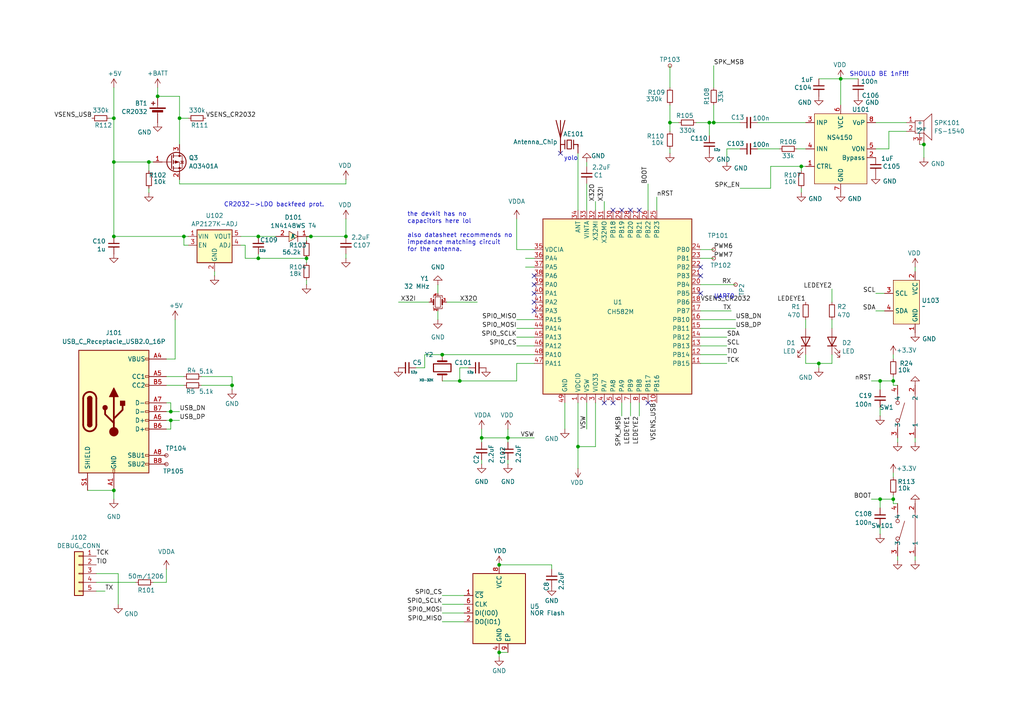
<source format=kicad_sch>
(kicad_sch (version 20250114) (generator "eeschema") (generator_version "9.0")
  (paper "A4")
  (text "CR2032->LDO backfeed prot." (at 79.502 59.436 0) (effects (font (size 1.27 1.27))))
  (text "yolo" (at 165.608 45.974 0) (effects (font (size 1.27 1.27))))
  (text "UART0" (at 210.058 86.106 0) (effects (font (size 1.27 1.27))))
  (text "SHOULD BE 1nF!!!" (at 255.016 21.59 0) (effects (font (size 1.27 1.27))))
  (text "the devkit has no\ncapacitors here lol\n\nalso datasheet recommends no \nimpedance matching circuit\nfor the antenna." (at 118.11 67.31 0) (effects (font (size 1.27 1.27)) (justify left)))
  (junction (at 167.64 129.54))
  (junction (at 259.08 110.49))
  (junction (at 67.31 111.76))
  (junction (at 147.32 127))
  (junction (at 52.07 34.29))
  (junction (at 128.27 102.87))
  (junction (at 74.93 74.93))
  (junction (at 49.53 121.92))
  (junction (at 237.49 105.41))
  (junction (at 259.08 144.78))
  (junction (at 100.33 68.58))
  (junction (at 33.02 68.58))
  (junction (at 144.78 189.23))
  (junction (at 255.27 144.78))
  (junction (at 43.18 46.99))
  (junction (at 139.7 127))
  (junction (at 45.72 27.94))
  (junction (at 33.02 142.24))
  (junction (at 267.97 41.91))
  (junction (at 88.9 74.93))
  (junction (at 49.53 119.38))
  (junction (at 232.41 48.26))
  (junction (at 33.02 34.29))
  (junction (at 255.27 110.49))
  (junction (at 144.78 163.83))
  (junction (at 205.74 35.56))
  (junction (at 133.35 110.49))
  (junction (at 33.02 46.99))
  (junction (at 90.17 68.58))
  (junction (at 74.93 68.58))
  (junction (at 194.31 35.56))
  (junction (at 243.84 22.86))
  (junction (at 207.01 35.56))
  (junction (at 53.34 68.58))
  (no_connect (at 175.26 116.84))
  (no_connect (at 177.8 60.96))
  (no_connect (at 162.56 44.45))
  (no_connect (at 203.2 85.09))
  (no_connect (at 203.2 77.47))
  (no_connect (at 182.88 60.96))
  (no_connect (at 177.8 116.84))
  (no_connect (at 180.34 60.96))
  (no_connect (at 154.94 87.63))
  (no_connect (at 154.94 80.01))
  (no_connect (at 154.94 90.17))
  (no_connect (at 154.94 82.55))
  (no_connect (at 203.2 80.01))
  (no_connect (at 187.96 116.84))
  (no_connect (at 154.94 85.09))
  (no_connect (at 185.42 60.96))
  (wire (pts (xy 127 82.55) (xy 127 85.09)))
  (wire (pts (xy 45.72 25.4) (xy 45.72 27.94)))
  (wire (pts (xy 147.32 127) (xy 139.7 127)))
  (wire (pts (xy 149.86 97.79) (xy 154.94 97.79)))
  (wire (pts (xy 267.97 41.91) (xy 266.7 41.91)))
  (wire (pts (xy 58.42 111.76) (xy 67.31 111.76)))
  (wire (pts (xy 170.18 53.34) (xy 170.18 60.96)))
  (wire (pts (xy 213.36 82.55) (xy 203.2 82.55)))
  (wire (pts (xy 48.26 121.92) (xy 49.53 121.92)))
  (wire (pts (xy 48.26 116.84) (xy 49.53 116.84)))
  (wire (pts (xy 243.84 22.86) (xy 248.92 22.86)))
  (wire (pts (xy 255.27 110.49) (xy 252.73 110.49)))
  (wire (pts (xy 257.81 38.1) (xy 257.81 43.18)))
  (wire (pts (xy 53.34 68.58) (xy 53.34 71.12)))
  (wire (pts (xy 74.93 73.66) (xy 74.93 74.93)))
  (wire (pts (xy 203.2 95.25) (xy 213.36 95.25)))
  (wire (pts (xy 259.08 102.87) (xy 259.08 104.14)))
  (wire (pts (xy 180.34 120.65) (xy 180.34 116.84)))
  (wire (pts (xy 260.35 146.05) (xy 259.08 146.05)))
  (wire (pts (xy 223.52 48.26) (xy 223.52 54.61)))
  (wire (pts (xy 219.71 35.56) (xy 233.68 35.56)))
  (wire (pts (xy 123.19 102.87) (xy 128.27 102.87)))
  (wire (pts (xy 48.26 111.76) (xy 53.34 111.76)))
  (wire (pts (xy 257.81 43.18) (xy 254 43.18)))
  (wire (pts (xy 33.02 142.24) (xy 33.02 144.78)))
  (wire (pts (xy 232.41 48.26) (xy 223.52 48.26)))
  (wire (pts (xy 49.53 121.92) (xy 49.53 124.46)))
  (wire (pts (xy 205.74 35.56) (xy 205.74 39.37)))
  (wire (pts (xy 71.12 71.12) (xy 69.85 71.12)))
  (wire (pts (xy 49.53 121.92) (xy 52.07 121.92)))
  (wire (pts (xy 207.01 19.05) (xy 207.01 25.4)))
  (wire (pts (xy 71.12 74.93) (xy 71.12 71.12)))
  (wire (pts (xy 210.82 100.33) (xy 203.2 100.33)))
  (wire (pts (xy 31.75 34.29) (xy 33.02 34.29)))
  (wire (pts (xy 100.33 68.58) (xy 100.33 63.5)))
  (wire (pts (xy 207.01 72.39) (xy 203.2 72.39)))
  (wire (pts (xy 233.68 105.41) (xy 233.68 102.87)))
  (wire (pts (xy 205.74 35.56) (xy 207.01 35.56)))
  (wire (pts (xy 254 35.56) (xy 262.89 35.56)))
  (wire (pts (xy 231.14 43.18) (xy 233.68 43.18)))
  (wire (pts (xy 175.26 58.42) (xy 175.26 60.96)))
  (wire (pts (xy 123.19 106.68) (xy 123.19 102.87)))
  (wire (pts (xy 49.53 119.38) (xy 52.07 119.38)))
  (wire (pts (xy 43.18 49.53) (xy 43.18 46.99)))
  (wire (pts (xy 50.8 92.71) (xy 50.8 104.14)))
  (wire (pts (xy 254 90.17) (xy 256.54 90.17)))
  (wire (pts (xy 128.27 180.34) (xy 134.62 180.34)))
  (wire (pts (xy 237.49 105.41) (xy 233.68 105.41)))
  (wire (pts (xy 219.71 43.18) (xy 226.06 43.18)))
  (wire (pts (xy 259.08 109.22) (xy 259.08 110.49)))
  (wire (pts (xy 128.27 177.8) (xy 134.62 177.8)))
  (wire (pts (xy 49.53 116.84) (xy 49.53 119.38)))
  (wire (pts (xy 147.32 127) (xy 147.32 128.27)))
  (wire (pts (xy 212.09 90.17) (xy 203.2 90.17)))
  (wire (pts (xy 147.32 124.46) (xy 147.32 127)))
  (wire (pts (xy 170.18 116.84) (xy 170.18 124.46)))
  (wire (pts (xy 241.3 83.82) (xy 241.3 87.63)))
  (wire (pts (xy 149.86 95.25) (xy 154.94 95.25)))
  (wire (pts (xy 232.41 55.88) (xy 232.41 54.61)))
  (wire (pts (xy 100.33 53.34) (xy 100.33 52.07)))
  (wire (pts (xy 69.85 68.58) (xy 74.93 68.58)))
  (wire (pts (xy 210.82 43.18) (xy 214.63 43.18)))
  (wire (pts (xy 259.08 143.51) (xy 259.08 144.78)))
  (wire (pts (xy 233.68 95.25) (xy 233.68 92.71)))
  (wire (pts (xy 45.72 27.94) (xy 52.07 27.94)))
  (wire (pts (xy 30.48 171.45) (xy 27.94 171.45)))
  (wire (pts (xy 260.35 127) (xy 260.35 128.27)))
  (wire (pts (xy 39.37 168.91) (xy 27.94 168.91)))
  (wire (pts (xy 128.27 102.87) (xy 154.94 102.87)))
  (wire (pts (xy 207.01 35.56) (xy 214.63 35.56)))
  (wire (pts (xy 67.31 111.76) (xy 67.31 113.03)))
  (wire (pts (xy 260.35 161.29) (xy 260.35 162.56)))
  (wire (pts (xy 115.57 87.63) (xy 124.46 87.63)))
  (wire (pts (xy 265.43 127) (xy 265.43 128.27)))
  (wire (pts (xy 129.54 87.63) (xy 138.43 87.63)))
  (wire (pts (xy 34.29 166.37) (xy 27.94 166.37)))
  (wire (pts (xy 259.08 137.16) (xy 259.08 138.43)))
  (wire (pts (xy 167.64 129.54) (xy 167.64 135.89)))
  (wire (pts (xy 33.02 46.99) (xy 43.18 46.99)))
  (wire (pts (xy 50.8 104.14) (xy 48.26 104.14)))
  (wire (pts (xy 139.7 124.46) (xy 139.7 127)))
  (wire (pts (xy 88.9 74.93) (xy 74.93 74.93)))
  (wire (pts (xy 194.31 43.18) (xy 194.31 44.45)))
  (wire (pts (xy 203.2 105.41) (xy 210.82 105.41)))
  (wire (pts (xy 133.35 110.49) (xy 149.86 110.49)))
  (wire (pts (xy 160.02 163.83) (xy 160.02 165.1)))
  (wire (pts (xy 167.64 116.84) (xy 167.64 129.54)))
  (wire (pts (xy 88.9 74.93) (xy 88.9 76.2)))
  (wire (pts (xy 48.26 165.1) (xy 48.26 168.91)))
  (wire (pts (xy 147.32 133.35) (xy 147.32 134.62)))
  (wire (pts (xy 149.86 100.33) (xy 154.94 100.33)))
  (wire (pts (xy 241.3 105.41) (xy 237.49 105.41)))
  (wire (pts (xy 214.63 54.61) (xy 223.52 54.61)))
  (wire (pts (xy 255.27 144.78) (xy 255.27 147.32)))
  (wire (pts (xy 232.41 48.26) (xy 233.68 48.26)))
  (wire (pts (xy 74.93 74.93) (xy 71.12 74.93)))
  (wire (pts (xy 43.18 54.61) (xy 43.18 55.88)))
  (wire (pts (xy 259.08 146.05) (xy 259.08 144.78)))
  (wire (pts (xy 255.27 152.4) (xy 255.27 154.94)))
  (wire (pts (xy 182.88 120.65) (xy 182.88 116.84)))
  (wire (pts (xy 163.83 116.84) (xy 163.83 124.46)))
  (wire (pts (xy 172.72 58.42) (xy 172.72 60.96)))
  (wire (pts (xy 133.35 106.68) (xy 133.35 110.49)))
  (wire (pts (xy 123.19 106.68) (xy 120.65 106.68)))
  (wire (pts (xy 203.2 102.87) (xy 210.82 102.87)))
  (wire (pts (xy 167.64 129.54) (xy 172.72 129.54)))
  (wire (pts (xy 149.86 105.41) (xy 154.94 105.41)))
  (wire (pts (xy 54.61 71.12) (xy 53.34 71.12)))
  (wire (pts (xy 259.08 111.76) (xy 259.08 110.49)))
  (wire (pts (xy 152.4 74.93) (xy 154.94 74.93)))
  (wire (pts (xy 52.07 34.29) (xy 52.07 41.91)))
  (wire (pts (xy 58.42 109.22) (xy 67.31 109.22)))
  (wire (pts (xy 190.5 57.15) (xy 190.5 60.96)))
  (wire (pts (xy 210.82 46.99) (xy 210.82 43.18)))
  (wire (pts (xy 33.02 25.4) (xy 33.02 34.29)))
  (wire (pts (xy 201.93 35.56) (xy 205.74 35.56)))
  (wire (pts (xy 154.94 127) (xy 147.32 127)))
  (wire (pts (xy 144.78 189.23) (xy 147.32 189.23)))
  (wire (pts (xy 207.01 30.48) (xy 207.01 35.56)))
  (wire (pts (xy 128.27 172.72) (xy 134.62 172.72)))
  (wire (pts (xy 128.27 175.26) (xy 134.62 175.26)))
  (wire (pts (xy 133.35 106.68) (xy 135.89 106.68)))
  (wire (pts (xy 128.27 110.49) (xy 133.35 110.49)))
  (wire (pts (xy 48.26 119.38) (xy 49.53 119.38)))
  (wire (pts (xy 172.72 116.84) (xy 172.72 129.54)))
  (wire (pts (xy 187.96 53.34) (xy 187.96 60.96)))
  (wire (pts (xy 265.43 161.29) (xy 265.43 162.56)))
  (wire (pts (xy 241.3 102.87) (xy 241.3 105.41)))
  (wire (pts (xy 232.41 49.53) (xy 232.41 48.26)))
  (wire (pts (xy 149.86 110.49) (xy 149.86 105.41)))
  (wire (pts (xy 33.02 34.29) (xy 33.02 46.99)))
  (wire (pts (xy 194.31 30.48) (xy 194.31 35.56)))
  (wire (pts (xy 149.86 72.39) (xy 154.94 72.39)))
  (wire (pts (xy 255.27 110.49) (xy 255.27 113.03)))
  (wire (pts (xy 237.49 105.41) (xy 237.49 106.68)))
  (wire (pts (xy 167.64 44.45) (xy 167.64 60.96)))
  (wire (pts (xy 52.07 27.94) (xy 52.07 34.29)))
  (wire (pts (xy 144.78 189.23) (xy 144.78 190.5)))
  (wire (pts (xy 67.31 109.22) (xy 67.31 111.76)))
  (wire (pts (xy 62.23 78.74) (xy 62.23 80.01)))
  (wire (pts (xy 74.93 68.58) (xy 80.01 68.58)))
  (wire (pts (xy 90.17 68.58) (xy 100.33 68.58)))
  (wire (pts (xy 210.82 97.79) (xy 203.2 97.79)))
  (wire (pts (xy 243.84 30.48) (xy 243.84 22.86)))
  (wire (pts (xy 254 85.09) (xy 256.54 85.09)))
  (wire (pts (xy 194.31 35.56) (xy 196.85 35.56)))
  (wire (pts (xy 194.31 19.05) (xy 194.31 25.4)))
  (wire (pts (xy 267.97 45.72) (xy 267.97 41.91)))
  (wire (pts (xy 33.02 46.99) (xy 33.02 68.58)))
  (wire (pts (xy 262.89 38.1) (xy 257.81 38.1)))
  (wire (pts (xy 88.9 68.58) (xy 90.17 68.58)))
  (wire (pts (xy 260.35 111.76) (xy 259.08 111.76)))
  (wire (pts (xy 48.26 168.91) (xy 44.45 168.91)))
  (wire (pts (xy 139.7 127) (xy 139.7 128.27)))
  (wire (pts (xy 100.33 73.66) (xy 100.33 74.93)))
  (wire (pts (xy 185.42 120.65) (xy 185.42 116.84)))
  (wire (pts (xy 255.27 118.11) (xy 255.27 120.65)))
  (wire (pts (xy 194.31 35.56) (xy 194.31 38.1)))
  (wire (pts (xy 170.18 46.99) (xy 170.18 48.26)))
  (wire (pts (xy 149.86 92.71) (xy 154.94 92.71)))
  (wire (pts (xy 203.2 92.71) (xy 213.36 92.71)))
  (wire (pts (xy 43.18 46.99) (xy 44.45 46.99)))
  (wire (pts (xy 48.26 124.46) (xy 49.53 124.46)))
  (wire (pts (xy 52.07 53.34) (xy 100.33 53.34)))
  (wire (pts (xy 88.9 68.58) (xy 88.9 69.85)))
  (wire (pts (xy 207.01 74.93) (xy 203.2 74.93)))
  (wire (pts (xy 241.3 92.71) (xy 241.3 95.25)))
  (wire (pts (xy 255.27 144.78) (xy 252.73 144.78)))
  (wire (pts (xy 48.26 109.22) (xy 53.34 109.22)))
  (wire (pts (xy 127 90.17) (xy 127 92.71)))
  (wire (pts (xy 259.08 110.49) (xy 255.27 110.49)))
  (wire (pts (xy 149.86 63.5) (xy 149.86 72.39)))
  (wire (pts (xy 88.9 81.28) (xy 88.9 82.55)))
  (wire (pts (xy 25.4 142.24) (xy 33.02 142.24)))
  (wire (pts (xy 139.7 133.35) (xy 139.7 134.62)))
  (wire (pts (xy 265.43 77.47) (xy 265.43 78.74)))
  (wire (pts (xy 160.02 163.83) (xy 144.78 163.83)))
  (wire (pts (xy 52.07 52.07) (xy 52.07 53.34)))
  (wire (pts (xy 34.29 175.26) (xy 34.29 166.37)))
  (wire (pts (xy 243.84 22.86) (xy 237.49 22.86)))
  (wire (pts (xy 53.34 68.58) (xy 54.61 68.58)))
  (wire (pts (xy 259.08 144.78) (xy 255.27 144.78)))
  (wire (pts (xy 54.61 34.29) (xy 52.07 34.29)))
  (wire (pts (xy 152.4 77.47) (xy 154.94 77.47)))
  (wire (pts (xy 33.02 68.58) (xy 53.34 68.58)))
  (label "LEDEYE2" (at 185.42 120.65 270))
  (label "X32O" (at 172.72 58.42 90))
  (label "SPK_MSB" (at 180.34 120.65 270))
  (label "USB_DN" (at 213.36 92.71 0))
  (label "BOOT" (at 187.96 53.34 90))
  (label "VSW" (at 170.18 124.46 90))
  (label "VSW" (at 154.94 127 180))
  (label "PWM6" (at 207.01 72.39 0))
  (label "VSENS_CR2032" (at 59.69 34.29 0))
  (label "nRST" (at 190.5 57.15 0))
  (label "X32O" (at 133.35 87.63 0))
  (label "TX" (at 30.48 171.45 0))
  (label "LEDEYE1" (at 182.88 120.65 270))
  (label "X32I" (at 175.26 58.42 90))
  (label "VSENS_USB" (at 26.67 34.29 180))
  (label "SPK_MSB" (at 207.01 19.05 0))
  (label "LEDEYE2" (at 241.3 83.82 180))
  (label "SCL" (at 254 85.09 180))
  (label "RX" (at 212.09 82.55 180))
  (label "TX" (at 212.09 90.17 180))
  (label "VSENS_USB" (at 190.5 116.84 270))
  (label "SPI0_MOSI" (at 128.27 177.8 180))
  (label "USB_DP" (at 52.07 121.92 0))
  (label "SDA" (at 210.82 97.79 0))
  (label "SPI0_MISO" (at 128.27 180.34 180))
  (label "SPI0_SCLK" (at 128.27 175.26 180))
  (label "VSENS_CR2032" (at 203.2 87.63 0))
  (label "SPI0_CS" (at 128.27 172.72 180))
  (label "TCK" (at 27.94 161.29 0))
  (label "PWM7" (at 207.01 74.93 0))
  (label "SPI0_MISO" (at 149.86 92.71 180))
  (label "USB_DN" (at 52.07 119.38 0))
  (label "SPI0_CS" (at 149.86 100.33 180))
  (label "SDA" (at 254 90.17 180))
  (label "TCK" (at 210.82 105.41 0))
  (label "SCL" (at 210.82 100.33 0))
  (label "SPK_EN" (at 214.63 54.61 180))
  (label "LEDEYE1" (at 233.68 87.63 180))
  (label "SPI0_MOSI" (at 149.86 95.25 180))
  (label "TIO" (at 210.82 102.87 0))
  (label "nRST" (at 252.73 110.49 180))
  (label "USB_DP" (at 213.36 95.25 0))
  (label "TIO" (at 27.94 163.83 0))
  (label "SPI0_SCLK" (at 149.86 97.79 180))
  (label "X32I" (at 120.65 87.63 180))
  (label "BOOT" (at 252.73 144.78 180))
  (symbol (lib_id "Regulator_Linear:AP2127K-ADJ") (at 62.23 71.12 0) (unit 1)
    (property "Reference" "U102" (at 62.23 62.5305 0))
    (property "Value" "AP2127K-ADJ" (at 62.23 64.9548 0))
    (property "Footprint" "Package_TO_SOT_SMD:SOT-23-5" (effects (hide yes)))
    (property "Datasheet" "https://www.diodes.com/assets/Datasheets/AP2127.pdf" (effects (hide yes)))
    (property "Description" "300mA low dropout adjustable linear regulator, shutdown pin, 2.5V-6V input voltage, SOT-23-5 package" (effects (hide yes)))
    (property "LCSC" "C96343" (effects (hide yes)))
  )
  (symbol (lib_id "Connector:TestPoint_Small") (at 194.31 19.05 90) (unit 1) (in_bom no)
    (property "Reference" "TP103" (at 197.358 17.272 90) (effects (justify left)))
    (property "Value" "RX" (effects (hide yes)))
    (property "Footprint" "BadgeMagic:TestPoint_Pad_D0.6mm" (effects (hide yes)))
    (property "Description" "test point" (effects (hide yes)))
  )
  (symbol (lib_id "Device:C_Small") (at 100.33 71.12 0) (unit 1)
    (property "Reference" "C107" (at 102.362 71.12 0) (effects (justify left)))
    (property "Value" "2.2uF" (at 101.854 68.834 0) (effects (justify left)))
    (property "Footprint" "Capacitor_SMD:C_0402_1005Metric" (effects (hide yes)))
    (property "Description" "10v 2.2uF" (effects (hide yes)))
  )
  (symbol (lib_id "power:VDDA") (at 149.86 63.5 0) (unit 1)
    (property "Reference" "#PWR08" (effects (hide yes)))
    (property "Value" "VDDA" (at 149.86 58.42 0))
    (property "Description" "Power symbol creates a global label with name \"VDDA\"" (effects (hide yes)))
  )
  (symbol (lib_id "power:GND") (at 267.97 45.72 0) (unit 1)
    (property "Reference" "#PWR0115" (effects (hide yes)))
    (property "Value" "GND" (at 272.034 47.498 0))
    (property "Description" "Power symbol creates a global label with name \"GND\" , ground" (effects (hide yes)))
  )
  (symbol (lib_id "BadgeMagic:CH582M") (at 179.07 88.9 0) (unit 1)
    (property "Reference" "U1" (at 177.8 87.63 0) (effects (justify left)))
    (property "Value" "CH582M" (at 176.022 90.424 0) (effects (justify left)))
    (property "Footprint" "BadgeMagic:CH582-QFN-48-1EP_5x5mm_P0.35mm_EP3.7x3.7mm" (effects (hide yes)))
    (property "Datasheet" "https://github.com/openwch/ch583/tree/main/Datasheet" (effects (hide yes)))
  )
  (symbol (lib_id "easyeda2kicad:TS24CA") (at 262.89 119.38 270) (mirror x) (unit 1)
    (property "Reference" "SW1" (at 259.205 118.1678 90) (effects (justify right)))
    (property "Value" "TS24CA" (effects (hide yes)))
    (property "Footprint" "easyeda2kicad:SW-SMD_TS24CA" (effects (hide yes)))
    (property "Datasheet" "https://lcsc.com/product-detail/Tactile-Switches_SHOU-HAN-TS24CA_C393942.html" (effects (hide yes)))
    (property "LCSC" "C393942" (effects (hide yes)))
  )
  (symbol (lib_id "power:+3.3V") (at 259.08 102.87 0) (unit 1)
    (property "Reference" "#PWR061" (effects (hide yes)))
    (property "Value" "+3.3V" (at 262.89 101.6 0))
  )
  (symbol (lib_id "Device:R_Small") (at 29.21 34.29 90) (unit 1)
    (property "Reference" "R112" (at 29.972 36.322 90))
    (property "Value" "330k" (at 29.21 32.004 90))
    (property "Footprint" "Resistor_SMD:R_0402_1005Metric" (effects (hide yes)))
    (property "LCSC" "C25741" (effects (hide yes)))
  )
  (symbol (lib_id "power:GND") (at 265.43 162.56 0) (mirror y) (unit 1)
    (property "Reference" "#PWR0131" (effects (hide yes)))
    (property "Value" "GND" (effects (hide yes)))
  )
  (symbol (lib_id "easyeda2kicad:NS4150") (at 243.84 43.18 0) (unit 1)
    (property "Reference" "U101" (at 249.682 31.75 0))
    (property "Value" "NS4150" (at 243.586 39.878 0))
    (property "Footprint" "easyeda2kicad:MSOP-8_L3.0-W3.0-P0.65-LS5.0-BL" (effects (hide yes)))
    (property "Datasheet" "https://lcsc.com/product-detail/Audio-Power-OpAmps_Shenzhen-Nsiway-Tech-NS4150_C189961.html" (effects (hide yes)))
    (property "LCSC Part" "C189961" (effects (hide yes)))
  )
  (symbol (lib_id "power:GND") (at 255.27 154.94 0) (mirror y) (unit 1)
    (property "Reference" "#PWR0130" (effects (hide yes)))
    (property "Value" "GND" (effects (hide yes)))
  )
  (symbol (lib_id "power:GND") (at 62.23 80.01 0) (unit 1)
    (property "Reference" "#PWR01" (effects (hide yes)))
    (property "Value" "GND" (effects (hide yes)))
  )
  (symbol (lib_id "power:GND") (at 127 82.55 180) (unit 1)
    (property "Reference" "#PWR027" (effects (hide yes)))
    (property "Value" "GND" (at 127 77.47 0))
    (property "Description" "Power symbol creates a global label with name \"GND\" , ground" (effects (hide yes)))
  )
  (symbol (lib_id "power:GND") (at 255.27 120.65 0) (mirror y) (unit 1)
    (property "Reference" "#PWR068" (effects (hide yes)))
    (property "Value" "GND" (effects (hide yes)))
  )
  (symbol (lib_id "power:GND") (at 45.72 35.56 0) (unit 1)
    (property "Reference" "#PWR0109" (effects (hide yes)))
    (property "Value" "GND" (at 41.91 38.354 0))
    (property "Description" "Power symbol creates a global label with name \"GND\" , ground" (effects (hide yes)))
  )
  (symbol (lib_id "power:GND") (at 248.92 27.94 0) (unit 1)
    (property "Reference" "#PWR0119" (effects (hide yes)))
    (property "Value" "GND" (at 252.984 29.718 0))
    (property "Description" "Power symbol creates a global label with name \"GND\" , ground" (effects (hide yes)))
  )
  (symbol (lib_id "Device:Crystal") (at 128.27 106.68 270) (unit 1)
    (property "Reference" "Y2" (at 124.46 102.87 90))
    (property "Value" "XO-32K" (at 123.698 110.236 90) (effects (font (size 0.65 0.65))))
    (property "Footprint" "Crystal:Crystal_SMD_2012-2Pin_2.0x1.2mm" (effects (hide yes)))
    (property "Description" "Two pin crystal" (effects (hide yes)))
    (property "LCSC" "C7500573" (effects (hide yes)))
  )
  (symbol (lib_id "power:GND") (at 243.84 55.88 0) (unit 1)
    (property "Reference" "#PWR0107" (effects (hide yes)))
    (property "Value" "GND" (at 247.904 57.658 0))
    (property "Description" "Power symbol creates a global label with name \"GND\" , ground" (effects (hide yes)))
  )
  (symbol (lib_id "power:+5V") (at 50.8 92.71 0) (unit 1)
    (property "Reference" "#PWR029" (effects (hide yes)))
    (property "Value" "+5V" (at 51.054 88.646 0))
    (property "Description" "Power symbol creates a global label with name \"+5V\"" (effects (hide yes)))
  )
  (symbol (lib_id "Device:C_Small") (at 255.27 115.57 0) (mirror y) (unit 1)
    (property "Reference" "C19" (at 252.9459 114.7416 0) (effects (justify left)))
    (property "Value" "100n" (at 252.9459 117.2785 0) (effects (justify left)))
    (property "Footprint" "Capacitor_SMD:C_0402_1005Metric" (effects (hide yes)))
    (property "LCSC" "C1525" (effects (hide yes)))
  )
  (symbol (lib_id "Connector:USB_C_Receptacle_USB2.0_16P") (at 33.02 119.38 0) (unit 1)
    (property "Reference" "J101" (at 33.02 96.52 0))
    (property "Value" "USB_C_Receptacle_USB2.0_16P" (at 33.02 99.06 0))
    (property "Footprint" "BadgeMagic:USB_C_Receptacle_GCT_USB4110" (effects (hide yes)))
    (property "Datasheet" "https://www.usb.org/sites/default/files/documents/usb_type-c.zip" (effects (hide yes)))
    (property "Description" "USB 2.0-only 16P Type-C Receptacle connector" (effects (hide yes)))
  )
  (symbol (lib_id "Device:C_Small") (at 147.32 130.81 0) (mirror y) (unit 1)
    (property "Reference" "C102" (at 145.796 134.62 90) (effects (justify left)))
    (property "Value" "2.2uF" (at 150.368 134.366 90) (effects (justify left)))
    (property "Footprint" "Capacitor_SMD:C_0402_1005Metric" (effects (hide yes)))
    (property "Description" "10v 2.2uF" (effects (hide yes)))
  )
  (symbol (lib_id "Device:Antenna_Chip") (at 165.1 41.91 0) (mirror y) (unit 1)
    (property "Reference" "AE101" (at 163.322 38.862 0) (effects (justify right)))
    (property "Value" "Antenna_Chip" (at 148.844 41.148 0) (effects (justify right)))
    (property "Footprint" "RF_Antenna:Johanson_2450AT18x100" (effects (hide yes)))
    (property "Description" "Ceramic chip antenna with pin for PCB trace" (effects (hide yes)))
    (property "LCSC" "C127629" (effects (hide yes)))
  )
  (symbol (lib_id "Device:C_Small") (at 139.7 130.81 0) (mirror y) (unit 1)
    (property "Reference" "C2" (at 138.176 134.62 90) (effects (justify left)))
    (property "Value" "2.2uF" (at 142.494 134.366 90) (effects (justify left)))
    (property "Footprint" "Capacitor_SMD:C_0402_1005Metric" (effects (hide yes)))
    (property "Description" "10v 2.2uF" (effects (hide yes)))
  )
  (symbol (lib_id "Connector:TestPoint_Small") (at 213.36 82.55 90) (unit 1) (in_bom no)
    (property "Reference" "TP2" (at 215.138 85.852 0) (effects (justify left)))
    (property "Value" "RX" (effects (hide yes)))
    (property "Footprint" "BadgeMagic:TestPoint_Pad_D0.6mm" (effects (hide yes)))
    (property "Description" "test point" (effects (hide yes)))
  )
  (symbol (lib_id "Connector:TestPoint_Small") (at 207.01 74.93 90) (unit 1) (in_bom no)
    (property "Reference" "TP102" (at 212.09 76.962 90) (effects (justify left)))
    (property "Value" "RX" (effects (hide yes)))
    (property "Footprint" "BadgeMagic:TestPoint_Pad_D0.6mm" (effects (hide yes)))
    (property "Description" "test point" (effects (hide yes)))
  )
  (symbol (lib_id "easyeda2kicad:TS24CA") (at 262.89 153.67 270) (mirror x) (unit 1)
    (property "Reference" "SW101" (at 259.205 152.4578 90) (effects (justify right)))
    (property "Value" "TS24CA" (effects (hide yes)))
    (property "Footprint" "easyeda2kicad:SW-SMD_TS24CA" (effects (hide yes)))
    (property "Datasheet" "https://lcsc.com/product-detail/Tactile-Switches_SHOU-HAN-TS24CA_C393942.html" (effects (hide yes)))
    (property "LCSC" "C393942" (effects (hide yes)))
  )
  (symbol (lib_id "Device:C_Small") (at 205.74 41.91 0) (unit 1)
    (property "Reference" "C110" (at 200.152 40.132 0) (effects (justify left)))
    (property "Value" "12p" (at 207.01 43.434 0) (effects (font (size 0.65 0.65)) (justify left)))
    (property "Footprint" "Capacitor_SMD:C_0402_1005Metric" (effects (hide yes)))
    (property "LCSC" "C1547" (effects (hide yes)))
  )
  (symbol (lib_id "power:VDD") (at 265.43 77.47 0) (mirror y) (unit 1)
    (property "Reference" "#PWR0123" (effects (hide yes)))
    (property "Value" "VDD" (at 265.176 73.406 0))
    (property "Description" "Power symbol creates a global label with name \"VDD\"" (effects (hide yes)))
  )
  (symbol (lib_id "power:GND") (at 265.43 128.27 0) (mirror y) (unit 1)
    (property "Reference" "#PWR0126" (effects (hide yes)))
    (property "Value" "GND" (effects (hide yes)))
  )
  (symbol (lib_id "Device:C_Small") (at 170.18 50.8 0) (unit 1)
    (property "Reference" "C1" (at 172.212 50.8 0) (effects (justify left)))
    (property "Value" "2.2uF" (at 171.704 48.514 0) (effects (justify left)))
    (property "Footprint" "Capacitor_SMD:C_0402_1005Metric" (effects (hide yes)))
    (property "Description" "10v 2.2uF" (effects (hide yes)))
  )
  (symbol (lib_id "power:GND") (at 34.29 175.26 0) (mirror y) (unit 1)
    (property "Reference" "#PWR0105" (effects (hide yes)))
    (property "Value" "GND" (at 38.1 178.054 0))
    (property "Description" "Power symbol creates a global label with name \"GND\" , ground" (effects (hide yes)))
  )
  (symbol (lib_id "easyeda2kicad:1N4148WST4") (at 85.09 68.58 180) (unit 1)
    (property "Reference" "D101" (at 85.09 63.0425 0))
    (property "Value" "1N4148WS T4" (at 85.09 65.4668 0))
    (property "Footprint" "easyeda2kicad:SOD-323_L1.8-W1.3-LS2.5-RD" (effects (hide yes)))
    (property "Datasheet" "https://lcsc.com/product-detail/Switching-Diode_1N4148WS-T4_C2128.html" (effects (hide yes)))
    (property "LCSC Part" "C2128" (effects (hide yes)))
  )
  (symbol (lib_id "Device:R_Small") (at 233.68 90.17 0) (mirror y) (unit 1)
    (property "Reference" "R1" (at 232.1814 88.9579 0) (effects (justify left)))
    (property "Value" "470" (at 232.1814 91.3821 0) (effects (justify left)))
    (property "Footprint" "LED_SMD:LED_0805_2012Metric_Pad1.15x1.40mm_HandSolder" (effects (hide yes)))
  )
  (symbol (lib_id "power:VDDA") (at 139.7 124.46 0) (unit 1)
    (property "Reference" "#PWR09" (effects (hide yes)))
    (property "Value" "VDDA" (at 139.954 120.396 0))
    (property "Description" "Power symbol creates a global label with name \"VDDA\"" (effects (hide yes)))
  )
  (symbol (lib_id "power:GND") (at 67.31 113.03 0) (mirror y) (unit 1)
    (property "Reference" "#PWR019" (effects (hide yes)))
    (property "Value" "GND" (at 67.31 117.094 0))
    (property "Description" "Power symbol creates a global label with name \"GND\" , ground" (effects (hide yes)))
  )
  (symbol (lib_id "power:GND") (at 232.41 55.88 0) (unit 1)
    (property "Reference" "#PWR0117" (effects (hide yes)))
    (property "Value" "GND" (at 236.474 57.658 0))
    (property "Description" "Power symbol creates a global label with name \"GND\" , ground" (effects (hide yes)))
  )
  (symbol (lib_id "power:VDD") (at 144.78 163.83 0) (unit 1)
    (property "Reference" "#PWR0124" (effects (hide yes)))
    (property "Value" "VDD" (at 145.034 159.766 0))
    (property "Description" "Power symbol creates a global label with name \"VDD\"" (effects (hide yes)))
  )
  (symbol (lib_id "power:GND") (at 33.02 144.78 0) (unit 1)
    (property "Reference" "#PWR028" (effects (hide yes)))
    (property "Value" "GND" (at 33.02 149.86 0))
    (property "Description" "Power symbol creates a global label with name \"GND\" , ground" (effects (hide yes)))
  )
  (symbol (lib_id "power:VDD") (at 100.33 52.07 0) (mirror y) (unit 1)
    (property "Reference" "#PWR0112" (effects (hide yes)))
    (property "Value" "VDD" (at 100.076 48.006 0))
    (property "Description" "Power symbol creates a global label with name \"VDD\"" (effects (hide yes)))
  )
  (symbol (lib_id "power:GND") (at 147.32 134.62 0) (mirror y) (unit 1)
    (property "Reference" "#PWR012" (effects (hide yes)))
    (property "Value" "GND" (at 147.32 139.7 0))
    (property "Description" "Power symbol creates a global label with name \"GND\" , ground" (effects (hide yes)))
  )
  (symbol (lib_id "power:GND") (at 140.97 106.68 0) (unit 1)
    (property "Reference" "#PWR031" (effects (hide yes)))
    (property "Value" "GND" (effects (hide yes)))
  )
  (symbol (lib_id "power:GND") (at 260.35 128.27 0) (mirror y) (unit 1)
    (property "Reference" "#PWR0127" (effects (hide yes)))
    (property "Value" "GND" (effects (hide yes)))
  )
  (symbol (lib_id "power:GND") (at 144.78 190.5 0) (mirror y) (unit 1)
    (property "Reference" "#PWR035" (effects (hide yes)))
    (property "Value" "GND" (at 144.78 194.564 0))
    (property "Description" "Power symbol creates a global label with name \"GND\" , ground" (effects (hide yes)))
  )
  (symbol (lib_id "Device:R_Small") (at 241.3 90.17 0) (unit 1)
    (property "Reference" "R2" (at 242.7986 88.9579 0) (effects (justify left)))
    (property "Value" "470" (at 242.7986 91.3821 0) (effects (justify left)))
    (property "Footprint" "LED_SMD:LED_0805_2012Metric_Pad1.15x1.40mm_HandSolder" (effects (hide yes)))
  )
  (symbol (lib_id "power:VDD") (at 167.64 135.89 180) (unit 1)
    (property "Reference" "#PWR07" (effects (hide yes)))
    (property "Value" "VDD" (at 167.386 139.954 0))
    (property "Description" "Power symbol creates a global label with name \"VDD\"" (effects (hide yes)))
  )
  (symbol (lib_id "Device:C_Small") (at 138.43 106.68 90) (mirror x) (unit 1)
    (property "Reference" "C101" (at 136.906 105.156 90) (effects (justify left)))
    (property "Value" "12p" (at 137.414 107.95 90) (effects (font (size 0.65 0.65)) (justify left)))
    (property "Footprint" "Capacitor_SMD:C_0402_1005Metric" (effects (hide yes)))
    (property "LCSC" "C1547" (effects (hide yes)))
  )
  (symbol (lib_id "power:VDD") (at 243.84 22.86 0) (mirror y) (unit 1)
    (property "Reference" "#PWR0120" (effects (hide yes)))
    (property "Value" "VDD" (at 243.586 18.796 0))
    (property "Description" "Power symbol creates a global label with name \"VDD\"" (effects (hide yes)))
  )
  (symbol (lib_id "BadgeMagic:ZD25WD") (at 144.78 176.53 0) (unit 1)
    (property "Reference" "U5" (at 153.67 175.8949 0) (effects (justify left)))
    (property "Value" "NOR Flash" (at 153.67 177.8 0) (effects (justify left)))
    (property "Footprint" "BadgeMagic:USON-8_2x3" (effects (hide yes)))
    (property "LCSC" "C2843335" (effects (hide yes)))
  )
  (symbol (lib_id "Device:C_Small") (at 248.92 25.4 0) (mirror x) (unit 1)
    (property "Reference" "C106" (at 249.936 27.686 0) (effects (justify left)))
    (property "Value" "100n" (at 249.682 23.622 0) (effects (justify left)))
    (property "Footprint" "Capacitor_SMD:C_0402_1005Metric" (effects (hide yes)))
  )
  (symbol (lib_id "power:GND") (at 139.7 134.62 0) (mirror y) (unit 1)
    (property "Reference" "#PWR011" (effects (hide yes)))
    (property "Value" "GND" (at 139.7 139.7 0))
    (property "Description" "Power symbol creates a global label with name \"GND\" , ground" (effects (hide yes)))
  )
  (symbol (lib_id "Device:R_Small") (at 88.9 72.39 180) (unit 1)
    (property "Reference" "R103" (at 86.36 71.12 0))
    (property "Value" "56.2k" (at 84.582 73.152 0))
    (property "Footprint" "Resistor_SMD:R_0402_1005Metric" (effects (hide yes)))
    (property "LCSC" "C25741" (effects (hide yes)))
  )
  (symbol (lib_id "Device:C_Small") (at 255.27 149.86 0) (mirror y) (unit 1)
    (property "Reference" "C108" (at 252.9459 149.0316 0) (effects (justify left)))
    (property "Value" "100n" (at 252.9459 151.5685 0) (effects (justify left)))
    (property "Footprint" "Capacitor_SMD:C_0402_1005Metric" (effects (hide yes)))
    (property "LCSC" "C1525" (effects (hide yes)))
  )
  (symbol (lib_id "power:VDD") (at 147.32 124.46 0) (mirror y) (unit 1)
    (property "Reference" "#PWR010" (effects (hide yes)))
    (property "Value" "VDD" (at 147.066 120.396 0))
    (property "Description" "Power symbol creates a global label with name \"VDD\"" (effects (hide yes)))
  )
  (symbol (lib_id "power:GND") (at 205.74 44.45 0) (unit 1)
    (property "Reference" "#PWR0134" (effects (hide yes)))
    (property "Value" "GND" (at 209.804 46.228 0))
    (property "Description" "Power symbol creates a global label with name \"GND\" , ground" (effects (hide yes)))
  )
  (symbol (lib_id "Device:C_Small") (at 160.02 167.64 0) (mirror y) (unit 1)
    (property "Reference" "C8" (at 158.496 171.45 90) (effects (justify left)))
    (property "Value" "2.2uF" (at 162.814 171.196 90) (effects (justify left)))
    (property "Footprint" "Capacitor_SMD:C_0402_1005Metric" (effects (hide yes)))
    (property "Description" "10v 2.2uF" (effects (hide yes)))
  )
  (symbol (lib_id "power:VDDA") (at 48.26 165.1 0) (mirror y) (unit 1)
    (property "Reference" "#PWR0106" (effects (hide yes)))
    (property "Value" "VDDA" (at 48.26 160.02 0))
    (property "Description" "Power symbol creates a global label with name \"VDDA\"" (effects (hide yes)))
  )
  (symbol (lib_id "power:GND") (at 210.82 46.99 0) (unit 1)
    (property "Reference" "#PWR0118" (effects (hide yes)))
    (property "Value" "GND" (at 214.884 48.768 0))
    (property "Description" "Power symbol creates a global label with name \"GND\" , ground" (effects (hide yes)))
  )
  (symbol (lib_id "Device:C_Small") (at 217.17 35.56 90) (mirror x) (unit 1)
    (property "Reference" "C13" (at 215.9 34.036 90) (effects (justify left)))
    (property "Value" "100n" (at 223.266 34.29 90) (effects (justify left)))
    (property "Footprint" "Capacitor_SMD:C_0402_1005Metric" (effects (hide yes)))
  )
  (symbol (lib_id "Device:R_Small") (at 199.39 35.56 270) (unit 1)
    (property "Reference" "R105" (at 198.628 33.528 90))
    (property "Value" "330k" (at 199.39 37.846 90))
    (property "Footprint" "Resistor_SMD:R_0402_1005Metric" (effects (hide yes)))
    (property "LCSC" "C25741" (effects (hide yes)))
  )
  (symbol (lib_id "Device:R_Small") (at 88.9 78.74 180) (unit 1)
    (property "Reference" "R104" (at 86.36 77.47 0))
    (property "Value" "18k" (at 85.725 79.375 0))
    (property "Footprint" "Resistor_SMD:R_0402_1005Metric" (effects (hide yes)))
    (property "LCSC" "C25741" (effects (hide yes)))
  )
  (symbol (lib_id "Device:C_Small") (at 254 48.26 0) (unit 1)
    (property "Reference" "C105" (at 256.032 48.26 0) (effects (justify left)))
    (property "Value" "1uF" (at 255.524 45.974 0) (effects (justify left)))
    (property "Footprint" "Capacitor_SMD:C_0402_1005Metric" (effects (hide yes)))
    (property "Description" "10v 2.2uF" (effects (hide yes)))
  )
  (symbol (lib_id "power:GND") (at 115.57 106.68 0) (mirror y) (unit 1)
    (property "Reference" "#PWR047" (effects (hide yes)))
    (property "Value" "GND" (effects (hide yes)))
  )
  (symbol (lib_id "power:GND") (at 170.18 46.99 180) (unit 1)
    (property "Reference" "#PWR0101" (effects (hide yes)))
    (property "Value" "GND" (at 173.482 45.212 0))
    (property "Description" "Power symbol creates a global label with name \"GND\" , ground" (effects (hide yes)))
  )
  (symbol (lib_id "Device:Crystal_GND24_Small") (at 127 87.63 0) (unit 1)
    (property "Reference" "Y1" (at 123.19 80.772 0))
    (property "Value" "32 MHz" (at 120.904 83.058 0))
    (property "Footprint" "Crystal:Crystal_SMD_2016-4Pin_2.0x1.6mm" (effects (hide yes)))
    (property "Description" "Four pin crystal, GND on pins 2 and 4, small symbol" (effects (hide yes)))
  )
  (symbol (lib_id "power:+3.3V") (at 259.08 137.16 0) (unit 1)
    (property "Reference" "#PWR0128" (effects (hide yes)))
    (property "Value" "+3.3V" (at 262.89 135.89 0))
  )
  (symbol (lib_id "power:GND") (at 237.49 27.94 0) (mirror y) (unit 1)
    (property "Reference" "#PWR0114" (effects (hide yes)))
    (property "Value" "GND" (at 233.426 29.718 0))
    (property "Description" "Power symbol creates a global label with name \"GND\" , ground" (effects (hide yes)))
  )
  (symbol (lib_id "power:+5V") (at 33.02 25.4 0) (unit 1)
    (property "Reference" "#PWR0108" (effects (hide yes)))
    (property "Value" "+5V" (at 33.274 21.336 0))
    (property "Description" "Power symbol creates a global label with name \"+5V\"" (effects (hide yes)))
  )
  (symbol (lib_id "power:GND") (at 237.49 106.68 0) (unit 1)
    (property "Reference" "#PWR0133" (effects (hide yes)))
    (property "Value" "GND" (at 233.68 109.474 0))
    (property "Description" "Power symbol creates a global label with name \"GND\" , ground" (effects (hide yes)))
  )
  (symbol (lib_id "Device:R_Small") (at 55.88 109.22 90) (unit 1)
    (property "Reference" "R4" (at 56.896 107.442 90) (effects (justify left)))
    (property "Value" "5.1k" (at 61.976 107.696 90) (effects (justify left)))
    (property "Footprint" "Resistor_SMD:R_0402_1005Metric" (effects (hide yes)))
    (property "Description" "Resistor, small symbol" (effects (hide yes)))
  )
  (symbol (lib_id "power:GND") (at 127 92.71 0) (unit 1)
    (property "Reference" "#PWR026" (effects (hide yes)))
    (property "Value" "GND" (at 127 97.79 0))
    (property "Description" "Power symbol creates a global label with name \"GND\" , ground" (effects (hide yes)))
  )
  (symbol (lib_id "Device:R_Small") (at 57.15 34.29 90) (unit 1)
    (property "Reference" "R111" (at 57.912 36.322 90))
    (property "Value" "330k" (at 57.15 32.004 90))
    (property "Footprint" "Resistor_SMD:R_0402_1005Metric" (effects (hide yes)))
    (property "LCSC" "C25741" (effects (hide yes)))
  )
  (symbol (lib_id "power:GND") (at 100.33 74.93 0) (unit 1)
    (property "Reference" "#PWR0102" (effects (hide yes)))
    (property "Value" "GND" (effects (hide yes)))
  )
  (symbol (lib_id "Device:C_Small") (at 237.49 25.4 0) (mirror y) (unit 1)
    (property "Reference" "C104" (at 235.458 25.4 0) (effects (justify left)))
    (property "Value" "1uF" (at 235.966 23.114 0) (effects (justify left)))
    (property "Footprint" "Capacitor_SMD:C_0402_1005Metric" (effects (hide yes)))
    (property "Description" "10v 2.2uF" (effects (hide yes)))
  )
  (symbol (lib_id "Device:R_Small") (at 194.31 27.94 180) (unit 1)
    (property "Reference" "R109" (at 190.373 26.797 0))
    (property "Value" "330k" (at 189.738 28.702 0))
    (property "Footprint" "Resistor_SMD:R_0402_1005Metric" (effects (hide yes)))
    (property "LCSC" "C25741" (effects (hide yes)))
  )
  (symbol (lib_id "power:GND") (at 194.31 44.45 0) (unit 1)
    (property "Reference" "#PWR0121" (effects (hide yes)))
    (property "Value" "GND" (effects (hide yes)))
  )
  (symbol (lib_id "Device:C_Small") (at 118.11 106.68 270) (unit 1)
    (property "Reference" "C5" (at 119.634 105.156 90) (effects (justify left)))
    (property "Value" "12p" (at 119.126 107.95 90) (effects (font (size 0.65 0.65)) (justify left)))
    (property "Footprint" "Capacitor_SMD:C_0402_1005Metric" (effects (hide yes)))
    (property "LCSC" "C1547" (effects (hide yes)))
  )
  (symbol (lib_id "power:GND") (at 265.43 146.05 0) (mirror x) (unit 1)
    (property "Reference" "#PWR0129" (effects (hide yes)))
    (property "Value" "GND" (effects (hide yes)))
  )
  (symbol (lib_id "Device:C_Small") (at 33.02 71.12 0) (mirror y) (unit 1)
    (property "Reference" "C10" (at 30.6832 69.9516 0) (effects (justify left)))
    (property "Value" "1u" (at 30.6832 72.263 0) (effects (justify left)))
    (property "Footprint" "Capacitor_SMD:C_0402_1005Metric" (effects (hide yes)))
    (property "LCSC" "C52923" (effects (hide yes)))
  )
  (symbol (lib_id "Device:R_Small") (at 55.88 111.76 90) (unit 1)
    (property "Reference" "R5" (at 56.642 113.538 90) (effects (justify left)))
    (property "Value" "5.1k" (at 61.976 113.538 90) (effects (justify left)))
    (property "Footprint" "Resistor_SMD:R_0402_1005Metric" (effects (hide yes)))
    (property "Description" "Resistor, small symbol" (effects (hide yes)))
  )
  (symbol (lib_id "Device:R_Small") (at 41.91 168.91 270) (mirror x) (unit 1)
    (property "Reference" "R101" (at 39.878 171.196 90) (effects (justify left)))
    (property "Value" "50m/1206" (at 37.084 167.132 90) (effects (justify left)))
    (property "Footprint" "Resistor_SMD:R_1206_3216Metric" (effects (hide yes)))
    (property "Description" "Resistor, small symbol" (effects (hide yes)))
  )
  (symbol (lib_id "power:GND") (at 88.9 82.55 0) (unit 1)
    (property "Reference" "#PWR0113" (effects (hide yes)))
    (property "Value" "GND" (effects (hide yes)))
  )
  (symbol (lib_id "power:VDD") (at 100.33 63.5 0) (mirror y) (unit 1)
    (property "Reference" "#PWR0110" (effects (hide yes)))
    (property "Value" "VDD" (at 100.076 59.436 0))
    (property "Description" "Power symbol creates a global label with name \"VDD\"" (effects (hide yes)))
  )
  (symbol (lib_id "Device:C_Small") (at 74.93 71.12 0) (mirror x) (unit 1)
    (property "Reference" "C109" (at 75.438 69.596 0) (effects (justify left)))
    (property "Value" "12p" (at 75.184 72.644 0) (effects (font (size 0.65 0.65)) (justify left)))
    (property "Footprint" "Capacitor_SMD:C_0402_1005Metric" (effects (hide yes)))
    (property "LCSC" "C1547" (effects (hide yes)))
  )
  (symbol (lib_id "power:GND") (at 260.35 162.56 0) (mirror y) (unit 1)
    (property "Reference" "#PWR0132" (effects (hide yes)))
    (property "Value" "GND" (effects (hide yes)))
  )
  (symbol (lib_id "Device:LED") (at 241.3 99.06 90) (unit 1)
    (property "Reference" "D2" (at 244.221 99.4354 90) (effects (justify right)))
    (property "Value" "LED" (at 244.221 101.8596 90) (effects (justify right)))
    (property "Footprint" "Critbit_lib:eyeled" (effects (hide yes)))
  )
  (symbol (lib_id "Device:Battery_Cell") (at 45.72 33.02 0) (mirror y) (unit 1)
    (property "Reference" "BT1" (at 42.799 29.9664 0) (effects (justify left)))
    (property "Value" "CR2032" (at 42.799 32.3906 0) (effects (justify left)))
    (property "Footprint" "Battery:BatteryHolder_Multicomp_BC-2001_1x2032" (effects (hide yes)))
  )
  (symbol (lib_id "Device:C_Small") (at 217.17 43.18 90) (mirror x) (unit 1)
    (property "Reference" "C103" (at 215.9 41.656 90) (effects (justify left)))
    (property "Value" "100n" (at 223.266 41.91 90) (effects (justify left)))
    (property "Footprint" "Capacitor_SMD:C_0402_1005Metric" (effects (hide yes)))
  )
  (symbol (lib_id "Connector:TestPoint_Small") (at 207.01 72.39 90) (unit 1) (in_bom no)
    (property "Reference" "TP101" (at 211.328 68.326 90) (effects (justify left)))
    (property "Value" "RX" (effects (hide yes)))
    (property "Footprint" "BadgeMagic:TestPoint_Pad_D0.6mm" (effects (hide yes)))
    (property "Description" "test point" (effects (hide yes)))
  )
  (symbol (lib_id "Device:R_Small") (at 259.08 140.97 0) (mirror x) (unit 1)
    (property "Reference" "R113" (at 262.89 139.7 0))
    (property "Value" "10k" (at 262.255 141.605 0))
    (property "Footprint" "Resistor_SMD:R_0402_1005Metric" (effects (hide yes)))
  )
  (symbol (lib_id "Connector:TestPoint_Small") (at 48.26 134.62 90) (unit 1) (in_bom no)
    (property "Reference" "TP105" (at 53.34 136.652 90) (effects (justify left)))
    (property "Value" "RX" (effects (hide yes)))
    (property "Footprint" "BadgeMagic:TestPoint_Pad_D0.6mm" (effects (hide yes)))
    (property "Description" "test point" (effects (hide yes)))
  )
  (symbol (lib_id "Transistor_FET:AO3401A") (at 49.53 46.99 0) (unit 1)
    (property "Reference" "Q3" (at 54.737 45.7778 0) (effects (justify left)))
    (property "Value" "AO3401A" (at 54.737 48.2021 0) (effects (justify left)))
    (property "Footprint" "Package_TO_SOT_SMD:SOT-23" (effects (hide yes)))
    (property "Datasheet" "http://www.aosmd.com/pdfs/datasheet/AO3401A.pdf" (effects (hide yes)))
    (property "Description" "-4.0A Id, -30V Vds, P-Channel MOSFET, SOT-23" (effects (hide yes)))
  )
  (symbol (lib_id "Device:R_Small") (at 232.41 52.07 180) (unit 1)
    (property "Reference" "R107" (at 229.87 50.8 0))
    (property "Value" "10k" (at 229.235 52.705 0))
    (property "Footprint" "Resistor_SMD:R_0402_1005Metric" (effects (hide yes)))
    (property "LCSC" "C25741" (effects (hide yes)))
  )
  (symbol (lib_id "Connector_Generic:Conn_01x05") (at 22.86 166.37 0) (mirror y) (unit 1)
    (property "Reference" "J102" (at 22.86 155.8755 0))
    (property "Value" "DEBUG_CONN" (at 22.86 158.2998 0))
    (property "Footprint" "Connector_PinHeader_2.54mm:PinHeader_1x05_P2.54mm_Vertical" (effects (hide yes)))
    (property "Description" "Generic connector, single row, 01x05, script generated (kicad-library-utils/schlib/autogen/connector/)" (effects (hide yes)))
  )
  (symbol (lib_id "power:GND") (at 33.02 73.66 0) (unit 1)
    (property "Reference" "#PWR082" (effects (hide yes)))
    (property "Value" "GND" (effects (hide yes)))
  )
  (symbol (lib_id "power:GND") (at 265.43 96.52 0) (unit 1)
    (property "Reference" "#PWR0122" (effects (hide yes)))
    (property "Value" "GND" (at 269.494 98.298 0))
    (property "Description" "Power symbol creates a global label with name \"GND\" , ground" (effects (hide yes)))
  )
  (symbol (lib_id "Device:R_Small") (at 259.08 106.68 0) (mirror x) (unit 1)
    (property "Reference" "R24" (at 262.89 105.41 0))
    (property "Value" "10k" (at 262.255 107.315 0))
    (property "Footprint" "Resistor_SMD:R_0402_1005Metric" (effects (hide yes)))
  )
  (symbol (lib_id "Device:R_Small") (at 207.01 27.94 0) (unit 1)
    (property "Reference" "R108" (at 204.978 27.94 90))
    (property "Value" "33k" (at 209.042 27.94 90))
    (property "Footprint" "Resistor_SMD:R_0402_1005Metric" (effects (hide yes)))
    (property "LCSC" "C25741" (effects (hide yes)))
  )
  (symbol (lib_id "Device:R_Small") (at 228.6 43.18 270) (unit 1)
    (property "Reference" "R106" (at 228.6 41.148 90))
    (property "Value" "33k" (at 228.6 45.212 90))
    (property "Footprint" "Resistor_SMD:R_0402_1005Metric" (effects (hide yes)))
    (property "LCSC" "C25741" (effects (hide yes)))
  )
  (symbol (lib_id "Device:R_Small") (at 43.18 52.07 0) (mirror x) (unit 1)
    (property "Reference" "R102" (at 45.72 50.8 0))
    (property "Value" "10k" (at 46.355 52.705 0))
    (property "Footprint" "Resistor_SMD:R_0402_1005Metric" (effects (hide yes)))
    (property "LCSC" "C25741" (effects (hide yes)))
  )
  (symbol (lib_id "power:GND") (at 163.83 124.46 0) (unit 1)
    (property "Reference" "#PWR0103" (effects (hide yes)))
    (property "Value" "GND" (at 160.02 127.254 0))
    (property "Description" "Power symbol creates a global label with name \"GND\" , ground" (effects (hide yes)))
  )
  (symbol (lib_id "power:GND") (at 160.02 170.18 0) (mirror y) (unit 1)
    (property "Reference" "#PWR036" (effects (hide yes)))
    (property "Value" "GND" (at 160.02 174.244 0))
    (property "Description" "Power symbol creates a global label with name \"GND\" , ground" (effects (hide yes)))
  )
  (symbol (lib_id "Connector:TestPoint_Small") (at 48.26 132.08 90) (unit 1) (in_bom no)
    (property "Reference" "TP104" (at 54.102 130.048 90) (effects (justify left)))
    (property "Value" "RX" (effects (hide yes)))
    (property "Footprint" "BadgeMagic:TestPoint_Pad_D0.6mm" (effects (hide yes)))
    (property "Description" "test point" (effects (hide yes)))
  )
  (symbol (lib_id "power:+BATT") (at 45.72 25.4 0) (mirror y) (unit 1)
    (property "Reference" "#PWR0111" (effects (hide yes)))
    (property "Value" "+BATT" (at 45.72 21.2669 0))
  )
  (symbol (lib_id "Device:LED") (at 233.68 99.06 270) (mirror x) (unit 1)
    (property "Reference" "D1" (at 230.759 99.4354 90) (effects (justify right)))
    (property "Value" "LED" (at 230.759 101.8596 90) (effects (justify right)))
    (property "Footprint" "Critbit_lib:eyeled" (effects (hide yes)))
  )
  (symbol (lib_id "easyeda2kicad:FS-1540") (at 266.7 36.83 0) (unit 1)
    (property "Reference" "SPK101" (at 270.895 35.6178 0) (effects (justify left)))
    (property "Value" "FS-1540" (at 270.895 38.0421 0) (effects (justify left)))
    (property "Footprint" "easyeda2kicad:BUZ-SMD_5P-L15.0-W15.0-P13.7-BL" (effects (hide yes)))
    (property "LCSC Part" "C482341" (effects (hide yes)))
  )
  (symbol (lib_id "Critbit_lib:OLED_4Pin") (at 262.89 87.63 0) (unit 1)
    (property "Reference" "U103" (at 267.335 87.1608 0) (effects (justify left)))
    (property "Value" "~" (at 267.335 88.8422 0) (effects (justify left)))
    (property "Footprint" "Connector_PinHeader_2.54mm:PinHeader_1x04_P2.54mm_Vertical" (effects (hide yes)))
  )
  (symbol (lib_id "power:GND") (at 43.18 55.88 0) (unit 1)
    (property "Reference" "#PWR0104" (effects (hide yes)))
    (property "Value" "GND" (effects (hide yes)))
  )
  (symbol (lib_id "power:GND") (at 265.43 111.76 0) (mirror x) (unit 1)
    (property "Reference" "#PWR0125" (effects (hide yes)))
    (property "Value" "GND" (effects (hide yes)))
  )
  (symbol (lib_id "Device:R_Small") (at 194.31 40.64 0) (mirror x) (unit 1)
    (property "Reference" "R110" (at 190.119 39.497 0))
    (property "Value" "10k" (at 190.754 41.402 0))
    (property "Footprint" "Resistor_SMD:R_0402_1005Metric" (effects (hide yes)))
    (property "LCSC" "C25741" (effects (hide yes)))
  )
  (symbol (lib_id "power:GND") (at 254 50.8 0) (unit 1)
    (property "Reference" "#PWR0116" (effects (hide yes)))
    (property "Value" "GND" (at 258.064 52.578 0))
    (property "Description" "Power symbol creates a global label with name \"GND\" , ground" (effects (hide yes)))
  )
)
</source>
